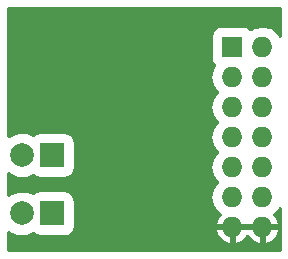
<source format=gbr>
G04 #@! TF.FileFunction,Copper,L2,Bot,Signal*
%FSLAX46Y46*%
G04 Gerber Fmt 4.6, Leading zero omitted, Abs format (unit mm)*
G04 Created by KiCad (PCBNEW 0.201509101502+6177~30~ubuntu14.04.1-product) date Παρ 18 Σεπ 2015 07:16:07 μμ EEST*
%MOMM*%
G01*
G04 APERTURE LIST*
%ADD10C,0.100000*%
%ADD11R,1.727200X1.727200*%
%ADD12O,1.727200X1.727200*%
%ADD13R,2.000000X2.000000*%
%ADD14C,2.000000*%
%ADD15C,1.600000*%
%ADD16C,0.600000*%
%ADD17C,0.254000*%
G04 APERTURE END LIST*
D10*
D11*
X156845000Y-97790000D03*
D12*
X159385000Y-97790000D03*
X156845000Y-100330000D03*
X159385000Y-100330000D03*
X156845000Y-102870000D03*
X159385000Y-102870000D03*
X156845000Y-105410000D03*
X159385000Y-105410000D03*
X156845000Y-107950000D03*
X159385000Y-107950000D03*
X156845000Y-110490000D03*
X159385000Y-110490000D03*
X156845000Y-113030000D03*
X159385000Y-113030000D03*
D13*
X141605000Y-106934000D03*
D14*
X139065000Y-106934000D03*
D13*
X141605000Y-111887000D03*
D14*
X139065000Y-111887000D03*
D15*
X143961183Y-103289815D03*
X153289000Y-114427000D03*
D16*
X143961183Y-103289815D02*
X143891000Y-103359998D01*
X143891000Y-103359998D02*
X143891000Y-113157000D01*
X143891000Y-113157000D02*
X145161000Y-114427000D01*
X145161000Y-114427000D02*
X153289000Y-114427000D01*
D17*
G36*
X160923000Y-96878213D02*
X160686225Y-96523855D01*
X160105313Y-96135701D01*
X159420080Y-95999400D01*
X159349920Y-95999400D01*
X158664687Y-96135701D01*
X158410615Y-96305467D01*
X158386099Y-96267367D01*
X158076321Y-96055704D01*
X157708600Y-95981239D01*
X155981400Y-95981239D01*
X155637874Y-96045878D01*
X155322367Y-96248901D01*
X155110704Y-96558679D01*
X155036239Y-96926400D01*
X155036239Y-98653600D01*
X155100878Y-98997126D01*
X155303901Y-99312633D01*
X155354463Y-99347180D01*
X155155621Y-99644767D01*
X155019320Y-100330000D01*
X155155621Y-101015233D01*
X155543775Y-101596145D01*
X155549544Y-101600000D01*
X155543775Y-101603855D01*
X155155621Y-102184767D01*
X155019320Y-102870000D01*
X155155621Y-103555233D01*
X155543775Y-104136145D01*
X155549544Y-104140000D01*
X155543775Y-104143855D01*
X155155621Y-104724767D01*
X155019320Y-105410000D01*
X155155621Y-106095233D01*
X155543775Y-106676145D01*
X155549544Y-106680000D01*
X155543775Y-106683855D01*
X155155621Y-107264767D01*
X155019320Y-107950000D01*
X155155621Y-108635233D01*
X155543775Y-109216145D01*
X155549544Y-109220000D01*
X155543775Y-109223855D01*
X155155621Y-109804767D01*
X155019320Y-110490000D01*
X155155621Y-111175233D01*
X155543775Y-111756145D01*
X155838156Y-111952845D01*
X155562312Y-112255053D01*
X155390042Y-112670974D01*
X155511183Y-112903000D01*
X156718000Y-112903000D01*
X156718000Y-112883000D01*
X156972000Y-112883000D01*
X156972000Y-112903000D01*
X159258000Y-112903000D01*
X159258000Y-112883000D01*
X159512000Y-112883000D01*
X159512000Y-112903000D01*
X160718817Y-112903000D01*
X160839958Y-112670974D01*
X160667688Y-112255053D01*
X160391844Y-111952845D01*
X160686225Y-111756145D01*
X160923000Y-111401787D01*
X160923000Y-114949000D01*
X137908000Y-114949000D01*
X137908000Y-113455549D01*
X137972017Y-113519678D01*
X138680014Y-113813665D01*
X139446622Y-113814334D01*
X139990983Y-113589409D01*
X140237279Y-113757696D01*
X140605000Y-113832161D01*
X142605000Y-113832161D01*
X142948526Y-113767522D01*
X143264033Y-113564499D01*
X143383928Y-113389026D01*
X155390042Y-113389026D01*
X155562312Y-113804947D01*
X155956510Y-114236821D01*
X156485973Y-114484968D01*
X156718000Y-114364469D01*
X156718000Y-113157000D01*
X156972000Y-113157000D01*
X156972000Y-114364469D01*
X157204027Y-114484968D01*
X157733490Y-114236821D01*
X158115000Y-113818848D01*
X158496510Y-114236821D01*
X159025973Y-114484968D01*
X159258000Y-114364469D01*
X159258000Y-113157000D01*
X159512000Y-113157000D01*
X159512000Y-114364469D01*
X159744027Y-114484968D01*
X160273490Y-114236821D01*
X160667688Y-113804947D01*
X160839958Y-113389026D01*
X160718817Y-113157000D01*
X159512000Y-113157000D01*
X159258000Y-113157000D01*
X156972000Y-113157000D01*
X156718000Y-113157000D01*
X155511183Y-113157000D01*
X155390042Y-113389026D01*
X143383928Y-113389026D01*
X143475696Y-113254721D01*
X143550161Y-112887000D01*
X143550161Y-110887000D01*
X143485522Y-110543474D01*
X143282499Y-110227967D01*
X142972721Y-110016304D01*
X142605000Y-109941839D01*
X140605000Y-109941839D01*
X140261474Y-110006478D01*
X139986786Y-110183235D01*
X139449986Y-109960335D01*
X138683378Y-109959666D01*
X137974868Y-110252416D01*
X137908000Y-110319168D01*
X137908000Y-108502549D01*
X137972017Y-108566678D01*
X138680014Y-108860665D01*
X139446622Y-108861334D01*
X139990983Y-108636409D01*
X140237279Y-108804696D01*
X140605000Y-108879161D01*
X142605000Y-108879161D01*
X142948526Y-108814522D01*
X143264033Y-108611499D01*
X143475696Y-108301721D01*
X143550161Y-107934000D01*
X143550161Y-105934000D01*
X143485522Y-105590474D01*
X143282499Y-105274967D01*
X142972721Y-105063304D01*
X142605000Y-104988839D01*
X140605000Y-104988839D01*
X140261474Y-105053478D01*
X139986786Y-105230235D01*
X139449986Y-105007335D01*
X138683378Y-105006666D01*
X137974868Y-105299416D01*
X137908000Y-105366168D01*
X137908000Y-94474000D01*
X160923000Y-94474000D01*
X160923000Y-96878213D01*
X160923000Y-96878213D01*
G37*
X160923000Y-96878213D02*
X160686225Y-96523855D01*
X160105313Y-96135701D01*
X159420080Y-95999400D01*
X159349920Y-95999400D01*
X158664687Y-96135701D01*
X158410615Y-96305467D01*
X158386099Y-96267367D01*
X158076321Y-96055704D01*
X157708600Y-95981239D01*
X155981400Y-95981239D01*
X155637874Y-96045878D01*
X155322367Y-96248901D01*
X155110704Y-96558679D01*
X155036239Y-96926400D01*
X155036239Y-98653600D01*
X155100878Y-98997126D01*
X155303901Y-99312633D01*
X155354463Y-99347180D01*
X155155621Y-99644767D01*
X155019320Y-100330000D01*
X155155621Y-101015233D01*
X155543775Y-101596145D01*
X155549544Y-101600000D01*
X155543775Y-101603855D01*
X155155621Y-102184767D01*
X155019320Y-102870000D01*
X155155621Y-103555233D01*
X155543775Y-104136145D01*
X155549544Y-104140000D01*
X155543775Y-104143855D01*
X155155621Y-104724767D01*
X155019320Y-105410000D01*
X155155621Y-106095233D01*
X155543775Y-106676145D01*
X155549544Y-106680000D01*
X155543775Y-106683855D01*
X155155621Y-107264767D01*
X155019320Y-107950000D01*
X155155621Y-108635233D01*
X155543775Y-109216145D01*
X155549544Y-109220000D01*
X155543775Y-109223855D01*
X155155621Y-109804767D01*
X155019320Y-110490000D01*
X155155621Y-111175233D01*
X155543775Y-111756145D01*
X155838156Y-111952845D01*
X155562312Y-112255053D01*
X155390042Y-112670974D01*
X155511183Y-112903000D01*
X156718000Y-112903000D01*
X156718000Y-112883000D01*
X156972000Y-112883000D01*
X156972000Y-112903000D01*
X159258000Y-112903000D01*
X159258000Y-112883000D01*
X159512000Y-112883000D01*
X159512000Y-112903000D01*
X160718817Y-112903000D01*
X160839958Y-112670974D01*
X160667688Y-112255053D01*
X160391844Y-111952845D01*
X160686225Y-111756145D01*
X160923000Y-111401787D01*
X160923000Y-114949000D01*
X137908000Y-114949000D01*
X137908000Y-113455549D01*
X137972017Y-113519678D01*
X138680014Y-113813665D01*
X139446622Y-113814334D01*
X139990983Y-113589409D01*
X140237279Y-113757696D01*
X140605000Y-113832161D01*
X142605000Y-113832161D01*
X142948526Y-113767522D01*
X143264033Y-113564499D01*
X143383928Y-113389026D01*
X155390042Y-113389026D01*
X155562312Y-113804947D01*
X155956510Y-114236821D01*
X156485973Y-114484968D01*
X156718000Y-114364469D01*
X156718000Y-113157000D01*
X156972000Y-113157000D01*
X156972000Y-114364469D01*
X157204027Y-114484968D01*
X157733490Y-114236821D01*
X158115000Y-113818848D01*
X158496510Y-114236821D01*
X159025973Y-114484968D01*
X159258000Y-114364469D01*
X159258000Y-113157000D01*
X159512000Y-113157000D01*
X159512000Y-114364469D01*
X159744027Y-114484968D01*
X160273490Y-114236821D01*
X160667688Y-113804947D01*
X160839958Y-113389026D01*
X160718817Y-113157000D01*
X159512000Y-113157000D01*
X159258000Y-113157000D01*
X156972000Y-113157000D01*
X156718000Y-113157000D01*
X155511183Y-113157000D01*
X155390042Y-113389026D01*
X143383928Y-113389026D01*
X143475696Y-113254721D01*
X143550161Y-112887000D01*
X143550161Y-110887000D01*
X143485522Y-110543474D01*
X143282499Y-110227967D01*
X142972721Y-110016304D01*
X142605000Y-109941839D01*
X140605000Y-109941839D01*
X140261474Y-110006478D01*
X139986786Y-110183235D01*
X139449986Y-109960335D01*
X138683378Y-109959666D01*
X137974868Y-110252416D01*
X137908000Y-110319168D01*
X137908000Y-108502549D01*
X137972017Y-108566678D01*
X138680014Y-108860665D01*
X139446622Y-108861334D01*
X139990983Y-108636409D01*
X140237279Y-108804696D01*
X140605000Y-108879161D01*
X142605000Y-108879161D01*
X142948526Y-108814522D01*
X143264033Y-108611499D01*
X143475696Y-108301721D01*
X143550161Y-107934000D01*
X143550161Y-105934000D01*
X143485522Y-105590474D01*
X143282499Y-105274967D01*
X142972721Y-105063304D01*
X142605000Y-104988839D01*
X140605000Y-104988839D01*
X140261474Y-105053478D01*
X139986786Y-105230235D01*
X139449986Y-105007335D01*
X138683378Y-105006666D01*
X137974868Y-105299416D01*
X137908000Y-105366168D01*
X137908000Y-94474000D01*
X160923000Y-94474000D01*
X160923000Y-96878213D01*
M02*

</source>
